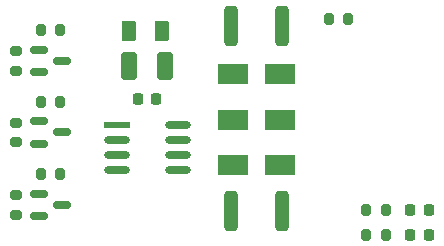
<source format=gtp>
G04 #@! TF.GenerationSoftware,KiCad,Pcbnew,(6.99.0-2815-gbbc0c61ccb)*
G04 #@! TF.CreationDate,2023-01-22T02:42:31+07:00*
G04 #@! TF.ProjectId,ESP32-MODBUS-RS485-SHIELD,45535033-322d-44d4-9f44-4255532d5253,rev?*
G04 #@! TF.SameCoordinates,Original*
G04 #@! TF.FileFunction,Paste,Top*
G04 #@! TF.FilePolarity,Positive*
%FSLAX46Y46*%
G04 Gerber Fmt 4.6, Leading zero omitted, Abs format (unit mm)*
G04 Created by KiCad (PCBNEW (6.99.0-2815-gbbc0c61ccb)) date 2023-01-22 02:42:31*
%MOMM*%
%LPD*%
G01*
G04 APERTURE LIST*
G04 Aperture macros list*
%AMRoundRect*
0 Rectangle with rounded corners*
0 $1 Rounding radius*
0 $2 $3 $4 $5 $6 $7 $8 $9 X,Y pos of 4 corners*
0 Add a 4 corners polygon primitive as box body*
4,1,4,$2,$3,$4,$5,$6,$7,$8,$9,$2,$3,0*
0 Add four circle primitives for the rounded corners*
1,1,$1+$1,$2,$3*
1,1,$1+$1,$4,$5*
1,1,$1+$1,$6,$7*
1,1,$1+$1,$8,$9*
0 Add four rect primitives between the rounded corners*
20,1,$1+$1,$2,$3,$4,$5,0*
20,1,$1+$1,$4,$5,$6,$7,0*
20,1,$1+$1,$6,$7,$8,$9,0*
20,1,$1+$1,$8,$9,$2,$3,0*%
G04 Aperture macros list end*
%ADD10RoundRect,0.200000X0.200000X0.275000X-0.200000X0.275000X-0.200000X-0.275000X0.200000X-0.275000X0*%
%ADD11RoundRect,0.250000X0.375000X0.625000X-0.375000X0.625000X-0.375000X-0.625000X0.375000X-0.625000X0*%
%ADD12RoundRect,0.200000X0.275000X-0.200000X0.275000X0.200000X-0.275000X0.200000X-0.275000X-0.200000X0*%
%ADD13RoundRect,0.250000X0.412500X0.925000X-0.412500X0.925000X-0.412500X-0.925000X0.412500X-0.925000X0*%
%ADD14RoundRect,0.150000X-0.587500X-0.150000X0.587500X-0.150000X0.587500X0.150000X-0.587500X0.150000X0*%
%ADD15RoundRect,0.218750X0.218750X0.256250X-0.218750X0.256250X-0.218750X-0.256250X0.218750X-0.256250X0*%
%ADD16RoundRect,0.250000X-0.312500X-1.450000X0.312500X-1.450000X0.312500X1.450000X-0.312500X1.450000X0*%
%ADD17R,2.500000X1.800000*%
%ADD18RoundRect,0.225000X0.225000X0.250000X-0.225000X0.250000X-0.225000X-0.250000X0.225000X-0.250000X0*%
%ADD19R,2.200000X0.600000*%
%ADD20O,2.200000X0.600000*%
G04 APERTURE END LIST*
D10*
X134725000Y-92700000D03*
X136375000Y-92700000D03*
D11*
X145000000Y-86700000D03*
X142200000Y-86700000D03*
D10*
X134725000Y-86650000D03*
X136375000Y-86650000D03*
D12*
X132650000Y-100625000D03*
X132650000Y-102275000D03*
D13*
X145237500Y-89700000D03*
X142162500Y-89700000D03*
D12*
X132650000Y-88425000D03*
X132650000Y-90075000D03*
D14*
X134612500Y-94350000D03*
X134612500Y-96250000D03*
X136487500Y-95300000D03*
D15*
X167587500Y-103950000D03*
X166012500Y-103950000D03*
D16*
X150862500Y-86300000D03*
X155137500Y-86300000D03*
D17*
X154999999Y-98049999D03*
X150999999Y-98049999D03*
D10*
X162275000Y-103950000D03*
X163925000Y-103950000D03*
X134725000Y-98830000D03*
X136375000Y-98830000D03*
X162275000Y-101900000D03*
X163925000Y-101900000D03*
D18*
X144492500Y-92450000D03*
X142942500Y-92450000D03*
D17*
X150999999Y-90362499D03*
X154999999Y-90362499D03*
D16*
X150862500Y-101950000D03*
X155137500Y-101950000D03*
D19*
X141181059Y-94644999D03*
D20*
X141181059Y-95914999D03*
X141181059Y-97184999D03*
X141181059Y-98454999D03*
X146380939Y-98454999D03*
X146380939Y-97184999D03*
X146380939Y-95914999D03*
X146380939Y-94644999D03*
D10*
X159125000Y-85700000D03*
X160775000Y-85700000D03*
D12*
X132650000Y-94475000D03*
X132650000Y-96125000D03*
D14*
X134612500Y-88300000D03*
X134612500Y-90200000D03*
X136487500Y-89250000D03*
D17*
X154999999Y-94224999D03*
X150999999Y-94224999D03*
D14*
X134612500Y-100500000D03*
X134612500Y-102400000D03*
X136487500Y-101450000D03*
D15*
X167587500Y-101900000D03*
X166012500Y-101900000D03*
M02*

</source>
